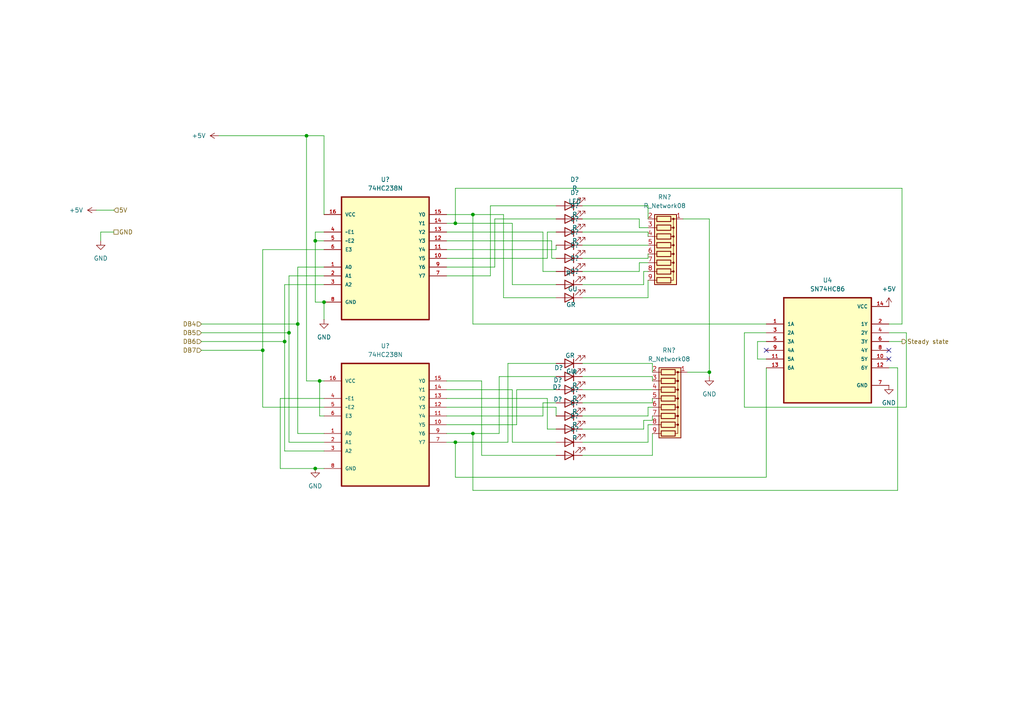
<source format=kicad_sch>
(kicad_sch (version 20231120) (generator "eeschema") (generator_version "8.0")
  (paper "A4")
  (lib_symbols
    (symbol "74HC238N:74HC238N" (pin_names (offset 1.016))
      (property "Reference" "U" (at -5.4642 17.9175 0))
      (property "Value" "74HC238N" (at -4.1451 -24.7436 0))
      (symbol "74HC238N_0_0"
        (rectangle (start -12.7 -20.32) (end 12.7 15.24) (stroke (width 0.4064)) (fill (type background)))
        (pin input line (at -17.78 -5.08 0) (length 5.08) (name "A0") (number "1"))
        (pin output line (at 17.78 -2.54 180) (length 5.08) (name "Y5") (number "10"))
        (pin output line (at 17.78 0 180) (length 5.08) (name "Y4") (number "11"))
        (pin output line (at 17.78 2.54 180) (length 5.08) (name "Y3") (number "12"))
        (pin output line (at 17.78 5.08 180) (length 5.08) (name "Y2") (number "13"))
        (pin output line (at 17.78 7.62 180) (length 5.08) (name "Y1") (number "14"))
        (pin output line (at 17.78 10.16 180) (length 5.08) (name "Y0") (number "15"))
        (pin power_in line (at -17.78 10.16 0) (length 5.08) (name "VCC") (number "16"))
        (pin input line (at -17.78 -7.62 0) (length 5.08) (name "A1") (number "2"))
        (pin input line (at -17.78 -10.16 0) (length 5.08) (name "A2") (number "3"))
        (pin input line (at -17.78 5.08 0) (length 5.08) (name "~E1") (number "4"))
        (pin input line (at -17.78 2.54 0) (length 5.08) (name "~E2") (number "5"))
        (pin input line (at -17.78 0 0) (length 5.08) (name "E3") (number "6"))
        (pin output line (at 17.78 -7.62 180) (length 5.08) (name "Y7") (number "7"))
        (pin passive line (at -17.78 -15.24 0) (length 5.08) (name "GND") (number "8"))
        (pin output line (at 17.78 -5.08 180) (length 5.08) (name "Y6") (number "9"))
      )
    )
    (symbol "Device:LED" (pin_numbers hide) (pin_names (offset 1.016) hide)
      (property "Reference" "D" (at 0 2.54 0))
      (property "Value" "LED" (at 0 -2.54 0))
      (symbol "LED_0_1"
        (polyline (pts (xy -1.27 -1.27) (xy -1.27 1.27)) (stroke (width 0.254)))
        (polyline (pts (xy -1.27 0) (xy 1.27 0)))
        (polyline (pts (xy 1.27 -1.27) (xy 1.27 1.27) (xy -1.27 0) (xy 1.27 -1.27)) (stroke (width 0.254)))
        (polyline (pts (xy -3.048 -0.762) (xy -4.572 -2.286) (xy -3.81 -2.286) (xy -4.572 -2.286) (xy -4.572 -1.524)))
        (polyline (pts (xy -1.778 -0.762) (xy -3.302 -2.286) (xy -2.54 -2.286) (xy -3.302 -2.286) (xy -3.302 -1.524)))
      )
      (symbol "LED_1_1"
        (pin passive line (at -3.81 0 0) (length 2.54) (name "K") (number "1"))
        (pin passive line (at 3.81 0 180) (length 2.54) (name "A") (number "2"))
      )
    )
    (symbol "Device:R_Network08" (pin_names (offset 0) hide)
      (property "Reference" "RN" (at -12.7 0 90))
      (property "Value" "R_Network08" (at 10.16 0 90))
      (symbol "R_Network08_0_1"
        (rectangle (start -11.43 -3.175) (end 8.89 3.175) (stroke (width 0.254)) (fill (type background)))
        (rectangle (start -10.922 1.524) (end -9.398 -2.54) (stroke (width 0.254)))
        (circle (center -10.16 2.286) (radius 0.254) (fill (type outline)))
        (rectangle (start -8.382 1.524) (end -6.858 -2.54) (stroke (width 0.254)))
        (circle (center -7.62 2.286) (radius 0.254) (fill (type outline)))
        (rectangle (start -5.842 1.524) (end -4.318 -2.54) (stroke (width 0.254)))
        (circle (center -5.08 2.286) (radius 0.254) (fill (type outline)))
        (rectangle (start -3.302 1.524) (end -1.778 -2.54) (stroke (width 0.254)))
        (circle (center -2.54 2.286) (radius 0.254) (fill (type outline)))
        (rectangle (start -0.762 1.524) (end 0.762 -2.54) (stroke (width 0.254)))
        (polyline (pts (xy -10.16 -2.54) (xy -10.16 -3.81)))
        (polyline (pts (xy -7.62 -2.54) (xy -7.62 -3.81)))
        (polyline (pts (xy -5.08 -2.54) (xy -5.08 -3.81)))
        (polyline (pts (xy -2.54 -2.54) (xy -2.54 -3.81)))
        (polyline (pts (xy 0 -2.54) (xy 0 -3.81)))
        (polyline (pts (xy 2.54 -2.54) (xy 2.54 -3.81)))
        (polyline (pts (xy 5.08 -2.54) (xy 5.08 -3.81)))
        (polyline (pts (xy 7.62 -2.54) (xy 7.62 -3.81)))
        (polyline (pts (xy -10.16 1.524) (xy -10.16 2.286) (xy -7.62 2.286) (xy -7.62 1.524)))
        (polyline (pts (xy -7.62 1.524) (xy -7.62 2.286) (xy -5.08 2.286) (xy -5.08 1.524)))
        (polyline (pts (xy -5.08 1.524) (xy -5.08 2.286) (xy -2.54 2.286) (xy -2.54 1.524)))
        (polyline (pts (xy -2.54 1.524) (xy -2.54 2.286) (xy 0 2.286) (xy 0 1.524)))
        (polyline (pts (xy 0 1.524) (xy 0 2.286) (xy 2.54 2.286) (xy 2.54 1.524)))
        (polyline (pts (xy 2.54 1.524) (xy 2.54 2.286) (xy 5.08 2.286) (xy 5.08 1.524)))
        (polyline (pts (xy 5.08 1.524) (xy 5.08 2.286) (xy 7.62 2.286) (xy 7.62 1.524)))
        (circle (center 0 2.286) (radius 0.254) (fill (type outline)))
        (rectangle (start 1.778 1.524) (end 3.302 -2.54) (stroke (width 0.254)))
        (circle (center 2.54 2.286) (radius 0.254) (fill (type outline)))
        (rectangle (start 4.318 1.524) (end 5.842 -2.54) (stroke (width 0.254)))
        (circle (center 5.08 2.286) (radius 0.254) (fill (type outline)))
        (rectangle (start 6.858 1.524) (end 8.382 -2.54) (stroke (width 0.254)))
      )
      (symbol "R_Network08_1_1"
        (pin passive line (at -10.16 5.08 270) (length 2.54) (name "common") (number "1"))
        (pin passive line (at -10.16 -5.08 90) (length 1.27) (name "R1") (number "2"))
        (pin passive line (at -7.62 -5.08 90) (length 1.27) (name "R2") (number "3"))
        (pin passive line (at -5.08 -5.08 90) (length 1.27) (name "R3") (number "4"))
        (pin passive line (at -2.54 -5.08 90) (length 1.27) (name "R4") (number "5"))
        (pin passive line (at 0 -5.08 90) (length 1.27) (name "R5") (number "6"))
        (pin passive line (at 2.54 -5.08 90) (length 1.27) (name "R6") (number "7"))
        (pin passive line (at 5.08 -5.08 90) (length 1.27) (name "R7") (number "8"))
        (pin passive line (at 7.62 -5.08 90) (length 1.27) (name "R8") (number "9"))
      )
    )
    (symbol "SN74HC04N:SN74HC04N" (pin_names (offset 1.016))
      (property "Reference" "U" (at -12.7 16.24 0))
      (property "Value" "SN74HC04N" (at -12.7 -19.24 0))
      (symbol "SN74HC04N_0_0"
        (rectangle (start -12.7 -15.24) (end 12.7 15.24) (stroke (width 0.41)) (fill (type background)))
        (pin input line (at -17.78 7.62 0) (length 5.08) (name "1A") (number "1"))
        (pin output line (at 17.78 -2.54 180) (length 5.08) (name "5Y") (number "10"))
        (pin input line (at -17.78 -2.54 0) (length 5.08) (name "5A") (number "11"))
        (pin output line (at 17.78 -5.08 180) (length 5.08) (name "6Y") (number "12"))
        (pin input line (at -17.78 -5.08 0) (length 5.08) (name "6A") (number "13"))
        (pin power_in line (at 17.78 12.7 180) (length 5.08) (name "VCC") (number "14"))
        (pin output line (at 17.78 7.62 180) (length 5.08) (name "1Y") (number "2"))
        (pin input line (at -17.78 5.08 0) (length 5.08) (name "2A") (number "3"))
        (pin output line (at 17.78 5.08 180) (length 5.08) (name "2Y") (number "4"))
        (pin input line (at -17.78 2.54 0) (length 5.08) (name "3A") (number "5"))
        (pin output line (at 17.78 2.54 180) (length 5.08) (name "3Y") (number "6"))
        (pin power_in line (at 17.78 -10.16 180) (length 5.08) (name "GND") (number "7"))
        (pin output line (at 17.78 0 180) (length 5.08) (name "4Y") (number "8"))
        (pin input line (at -17.78 0 0) (length 5.08) (name "4A") (number "9"))
      )
    )
    (symbol "power:+5V" (power) (pin_numbers hide) (pin_names (offset 0) hide)
      (property "Value" "+5V" (at 0 3.556 0))
      (symbol "+5V_0_1"
        (polyline (pts (xy -0.762 1.27) (xy 0 2.54)))
        (polyline (pts (xy 0 0) (xy 0 2.54)))
        (polyline (pts (xy 0 2.54) (xy 0.762 1.27)))
      )
      (symbol "+5V_1_1"
        (pin power_in line (at 0 0 90) (length 0) (name "~") (number "1"))
      )
    )
    (symbol "power:GND" (power) (pin_numbers hide) (pin_names (offset 0) hide)
      (property "Value" "GND" (at 0 -3.81 0))
      (symbol "GND_0_1"
        (polyline (pts (xy 0 0) (xy 0 -1.27) (xy 1.27 -1.27) (xy 0 -2.54) (xy -1.27 -1.27) (xy 0 -1.27)))
      )
      (symbol "GND_1_1"
        (pin power_in line (at 0 0 270) (length 0) (name "~") (number "1"))
      )
    )
  )
  (junction (at 137.16 125.73))
  (junction (at 82.55 99.06))
  (junction (at 92.71 110.49))
  (junction (at 137.16 62.23))
  (junction (at 132.08 128.27))
  (junction (at 88.9 39.37))
  (junction (at 91.44 135.89))
  (junction (at 93.98 87.63))
  (junction (at 76.2 101.6))
  (junction (at 205.74 107.95))
  (junction (at 132.08 64.77))
  (junction (at 91.44 69.85))
  (junction (at 83.82 96.52))
  (junction (at 86.36 93.98))
  (no_connect (at 257.81 101.6))
  (no_connect (at 222.25 101.6))
  (no_connect (at 257.81 104.14))
  (wire (pts (xy 187.96 120.65) (xy 187.96 118.11)))
  (wire (pts (xy 144.78 125.73) (xy 144.78 109.22)))
  (wire (pts (xy 129.54 64.77) (xy 132.08 64.77)))
  (wire (pts (xy 129.54 115.57) (xy 158.75 115.57)))
  (wire (pts (xy 129.54 80.01) (xy 142.24 80.01)))
  (wire (pts (xy 143.51 77.47) (xy 143.51 63.5)))
  (wire (pts (xy 86.36 93.98) (xy 86.36 125.73)))
  (wire (pts (xy 161.29 86.36) (xy 146.05 86.36)))
  (wire (pts (xy 205.74 107.95) (xy 205.74 109.22)))
  (wire (pts (xy 168.91 105.41) (xy 189.23 105.41)))
  (wire (pts (xy 168.91 71.12) (xy 187.96 71.12)))
  (wire (pts (xy 132.08 138.43) (xy 222.25 138.43)))
  (wire (pts (xy 257.81 99.06) (xy 261.62 99.06)))
  (wire (pts (xy 86.36 125.73) (xy 93.98 125.73)))
  (wire (pts (xy 189.23 116.84) (xy 189.23 115.57)))
  (wire (pts (xy 168.91 67.31) (xy 187.96 67.31)))
  (wire (pts (xy 93.98 72.39) (xy 76.2 72.39)))
  (wire (pts (xy 186.69 78.74) (xy 187.96 78.74)))
  (wire (pts (xy 88.9 110.49) (xy 88.9 39.37)))
  (wire (pts (xy 262.89 96.52) (xy 257.81 96.52)))
  (wire (pts (xy 142.24 59.69) (xy 161.29 59.69)))
  (wire (pts (xy 93.98 110.49) (xy 92.71 110.49)))
  (wire (pts (xy 76.2 118.11) (xy 93.98 118.11)))
  (wire (pts (xy 143.51 63.5) (xy 161.29 63.5)))
  (wire (pts (xy 168.91 120.65) (xy 187.96 120.65)))
  (wire (pts (xy 58.42 99.06) (xy 82.55 99.06)))
  (wire (pts (xy 92.71 110.49) (xy 88.9 110.49)))
  (wire (pts (xy 139.7 132.08) (xy 161.29 132.08)))
  (wire (pts (xy 132.08 64.77) (xy 148.59 64.77)))
  (wire (pts (xy 82.55 130.81) (xy 93.98 130.81)))
  (wire (pts (xy 260.35 106.68) (xy 257.81 106.68)))
  (wire (pts (xy 160.02 69.85) (xy 160.02 74.93)))
  (wire (pts (xy 81.28 115.57) (xy 81.28 135.89)))
  (wire (pts (xy 189.23 132.08) (xy 189.23 125.73)))
  (wire (pts (xy 92.71 110.49) (xy 92.71 120.65)))
  (wire (pts (xy 83.82 80.01) (xy 83.82 96.52)))
  (wire (pts (xy 168.91 78.74) (xy 185.42 78.74)))
  (wire (pts (xy 147.32 105.41) (xy 161.29 105.41)))
  (wire (pts (xy 168.91 113.03) (xy 189.23 113.03)))
  (wire (pts (xy 137.16 142.24) (xy 260.35 142.24)))
  (wire (pts (xy 129.54 67.31) (xy 157.48 67.31)))
  (wire (pts (xy 129.54 74.93) (xy 158.75 74.93)))
  (wire (pts (xy 129.54 128.27) (xy 132.08 128.27)))
  (wire (pts (xy 129.54 72.39) (xy 161.29 72.39)))
  (wire (pts (xy 82.55 82.55) (xy 82.55 99.06)))
  (wire (pts (xy 132.08 128.27) (xy 147.32 128.27)))
  (wire (pts (xy 58.42 96.52) (xy 83.82 96.52)))
  (wire (pts (xy 137.16 125.73) (xy 137.16 142.24)))
  (wire (pts (xy 160.02 74.93) (xy 161.29 74.93)))
  (wire (pts (xy 149.86 113.03) (xy 161.29 113.03)))
  (wire (pts (xy 262.89 118.11) (xy 262.89 96.52)))
  (wire (pts (xy 147.32 128.27) (xy 147.32 105.41)))
  (wire (pts (xy 260.35 142.24) (xy 260.35 106.68)))
  (wire (pts (xy 168.91 86.36) (xy 187.96 86.36)))
  (wire (pts (xy 33.02 67.31) (xy 29.21 67.31)))
  (wire (pts (xy 139.7 110.49) (xy 139.7 132.08)))
  (wire (pts (xy 187.96 118.11) (xy 189.23 118.11)))
  (wire (pts (xy 91.44 87.63) (xy 93.98 87.63)))
  (wire (pts (xy 185.42 63.5) (xy 185.42 66.04)))
  (wire (pts (xy 148.59 64.77) (xy 148.59 82.55)))
  (wire (pts (xy 161.29 118.11) (xy 161.29 120.65)))
  (wire (pts (xy 142.24 80.01) (xy 142.24 59.69)))
  (wire (pts (xy 187.96 74.93) (xy 187.96 73.66)))
  (wire (pts (xy 168.91 59.69) (xy 187.96 59.69)))
  (wire (pts (xy 157.48 116.84) (xy 161.29 116.84)))
  (wire (pts (xy 189.23 109.22) (xy 189.23 110.49)))
  (wire (pts (xy 93.98 39.37) (xy 88.9 39.37)))
  (wire (pts (xy 168.91 116.84) (xy 189.23 116.84)))
  (wire (pts (xy 219.71 104.14) (xy 219.71 99.06)))
  (wire (pts (xy 187.96 67.31) (xy 187.96 68.58)))
  (wire (pts (xy 186.69 82.55) (xy 186.69 78.74)))
  (wire (pts (xy 198.12 63.5) (xy 205.74 63.5)))
  (wire (pts (xy 215.9 96.52) (xy 215.9 118.11)))
  (wire (pts (xy 168.91 132.08) (xy 189.23 132.08)))
  (wire (pts (xy 76.2 72.39) (xy 76.2 101.6)))
  (wire (pts (xy 137.16 93.98) (xy 222.25 93.98)))
  (wire (pts (xy 93.98 77.47) (xy 86.36 77.47)))
  (wire (pts (xy 205.74 63.5) (xy 205.74 107.95)))
  (wire (pts (xy 27.94 60.96) (xy 33.02 60.96)))
  (wire (pts (xy 137.16 62.23) (xy 137.16 93.98)))
  (wire (pts (xy 91.44 67.31) (xy 93.98 67.31)))
  (wire (pts (xy 92.71 120.65) (xy 93.98 120.65)))
  (wire (pts (xy 129.54 123.19) (xy 149.86 123.19)))
  (wire (pts (xy 222.25 104.14) (xy 219.71 104.14)))
  (wire (pts (xy 185.42 78.74) (xy 185.42 76.2)))
  (wire (pts (xy 158.75 115.57) (xy 158.75 124.46)))
  (wire (pts (xy 148.59 113.03) (xy 148.59 128.27)))
  (wire (pts (xy 93.98 115.57) (xy 81.28 115.57)))
  (wire (pts (xy 129.54 69.85) (xy 160.02 69.85)))
  (wire (pts (xy 91.44 87.63) (xy 91.44 69.85)))
  (wire (pts (xy 187.96 86.36) (xy 187.96 81.28)))
  (wire (pts (xy 157.48 67.31) (xy 157.48 78.74)))
  (wire (pts (xy 168.91 74.93) (xy 187.96 74.93)))
  (wire (pts (xy 129.54 113.03) (xy 148.59 113.03)))
  (wire (pts (xy 186.69 121.92) (xy 189.23 121.92)))
  (wire (pts (xy 91.44 135.89) (xy 93.98 135.89)))
  (wire (pts (xy 129.54 125.73) (xy 137.16 125.73)))
  (wire (pts (xy 186.69 124.46) (xy 186.69 121.92)))
  (wire (pts (xy 93.98 80.01) (xy 83.82 80.01)))
  (wire (pts (xy 158.75 124.46) (xy 161.29 124.46)))
  (wire (pts (xy 215.9 118.11) (xy 262.89 118.11)))
  (wire (pts (xy 157.48 78.74) (xy 161.29 78.74)))
  (wire (pts (xy 132.08 128.27) (xy 132.08 138.43)))
  (wire (pts (xy 129.54 120.65) (xy 157.48 120.65)))
  (wire (pts (xy 222.25 138.43) (xy 222.25 106.68)))
  (wire (pts (xy 82.55 99.06) (xy 82.55 130.81)))
  (wire (pts (xy 129.54 77.47) (xy 143.51 77.47)))
  (wire (pts (xy 168.91 63.5) (xy 185.42 63.5)))
  (wire (pts (xy 146.05 86.36) (xy 146.05 62.23)))
  (wire (pts (xy 132.08 64.77) (xy 132.08 54.61)))
  (wire (pts (xy 91.44 69.85) (xy 91.44 67.31)))
  (wire (pts (xy 132.08 54.61) (xy 261.62 54.61)))
  (wire (pts (xy 157.48 120.65) (xy 157.48 116.84)))
  (wire (pts (xy 83.82 128.27) (xy 93.98 128.27)))
  (wire (pts (xy 189.23 121.92) (xy 189.23 120.65)))
  (wire (pts (xy 189.23 105.41) (xy 189.23 107.95)))
  (wire (pts (xy 93.98 87.63) (xy 93.98 92.71)))
  (wire (pts (xy 137.16 62.23) (xy 146.05 62.23)))
  (wire (pts (xy 83.82 96.52) (xy 83.82 128.27)))
  (wire (pts (xy 58.42 101.6) (xy 76.2 101.6)))
  (wire (pts (xy 144.78 109.22) (xy 161.29 109.22)))
  (wire (pts (xy 149.86 123.19) (xy 149.86 113.03)))
  (wire (pts (xy 187.96 128.27) (xy 187.96 123.19)))
  (wire (pts (xy 76.2 101.6) (xy 76.2 118.11)))
  (wire (pts (xy 185.42 76.2) (xy 187.96 76.2)))
  (wire (pts (xy 148.59 82.55) (xy 161.29 82.55)))
  (wire (pts (xy 158.75 74.93) (xy 158.75 67.31)))
  (wire (pts (xy 81.28 135.89) (xy 91.44 135.89)))
  (wire (pts (xy 161.29 72.39) (xy 161.29 71.12)))
  (wire (pts (xy 168.91 82.55) (xy 186.69 82.55)))
  (wire (pts (xy 58.42 93.98) (xy 86.36 93.98)))
  (wire (pts (xy 86.36 77.47) (xy 86.36 93.98)))
  (wire (pts (xy 219.71 99.06) (xy 222.25 99.06)))
  (wire (pts (xy 168.91 124.46) (xy 186.69 124.46)))
  (wire (pts (xy 91.44 69.85) (xy 93.98 69.85)))
  (wire (pts (xy 185.42 66.04) (xy 187.96 66.04)))
  (wire (pts (xy 168.91 109.22) (xy 189.23 109.22)))
  (wire (pts (xy 93.98 62.23) (xy 93.98 39.37)))
  (wire (pts (xy 261.62 54.61) (xy 261.62 93.98)))
  (wire (pts (xy 148.59 128.27) (xy 161.29 128.27)))
  (wire (pts (xy 168.91 128.27) (xy 187.96 128.27)))
  (wire (pts (xy 93.98 82.55) (xy 82.55 82.55)))
  (wire (pts (xy 137.16 125.73) (xy 144.78 125.73)))
  (wire (pts (xy 29.21 67.31) (xy 29.21 69.85)))
  (wire (pts (xy 261.62 93.98) (xy 257.81 93.98)))
  (wire (pts (xy 205.74 107.95) (xy 199.39 107.95)))
  (wire (pts (xy 63.5 39.37) (xy 88.9 39.37)))
  (wire (pts (xy 129.54 118.11) (xy 161.29 118.11)))
  (wire (pts (xy 158.75 67.31) (xy 161.29 67.31)))
  (wire (pts (xy 129.54 62.23) (xy 137.16 62.23)))
  (wire (pts (xy 187.96 59.69) (xy 187.96 63.5)))
  (wire (pts (xy 187.96 123.19) (xy 189.23 123.19)))
  (wire (pts (xy 129.54 110.49) (xy 139.7 110.49)))
  (wire (pts (xy 222.25 96.52) (xy 215.9 96.52)))
  (hierarchical_label "GND" (shape passive) (at 33.02 67.31 0))
  (hierarchical_label "DB7" (shape input) (at 58.42 101.6 180))
  (hierarchical_label "DB4" (shape input) (at 58.42 93.98 180))
  (hierarchical_label "5V" (shape input) (at 33.02 60.96 0))
  (hierarchical_label "DB5" (shape input) (at 58.42 96.52 180))
  (hierarchical_label "Steady state" (shape output) (at 261.62 99.06 0))
  (hierarchical_label "DB6" (shape input) (at 58.42 99.06 180))
  (symbol (lib_id "Device:LED") (at 165.1 116.84 180) (unit 1)
    (property "Reference" "D?" (at 161.798 115.824 0))
    (property "Value" "R" (at 166.6875 111.76 0))
    (property "Footprint" "LED_THT:LED_D1.8mm_W1.8mm_H2.4mm_Horizontal_O1.27mm_Z8.2mm" (effects (hide yes)))
    (property "Description" "Light emitting diode" (effects (hide yes)))
  )
  (symbol (lib_id "Device:LED") (at 165.1 132.08 180) (unit 1)
    (property "Reference" "D?" (at 166.6875 124.46 0))
    (property "Value" "R" (at 166.6875 127 0))
    (property "Footprint" "LED_THT:LED_D1.8mm_W1.8mm_H2.4mm_Horizontal_O1.27mm_Z8.2mm" (effects (hide yes)))
    (property "Description" "Light emitting diode" (effects (hide yes)))
  )
  (symbol (lib_id "Device:LED") (at 165.1 128.27 180) (unit 1)
    (property "Reference" "D?" (at 166.6875 120.65 0))
    (property "Value" "R" (at 166.6875 123.19 0))
    (property "Footprint" "LED_THT:LED_D1.8mm_W1.8mm_H2.4mm_Horizontal_O1.27mm_Z8.2mm" (effects (hide yes)))
    (property "Description" "Light emitting diode" (effects (hide yes)))
  )
  (symbol (lib_id "Device:LED") (at 165.1 86.36 180) (unit 1)
    (property "Reference" "D?" (at 166.6875 78.74 0))
    (property "Value" "GR" (at 165.608 88.392 0))
    (property "Footprint" "LED_THT:LED_D1.8mm_W1.8mm_H2.4mm_Horizontal_O1.27mm_Z8.2mm" (effects (hide yes)))
    (property "Description" "Light emitting diode" (effects (hide yes)))
  )
  (symbol (lib_id "Device:R_Network08") (at 193.04 73.66 270) (unit 1)
    (property "Reference" "RN?" (at 192.786 57.15 90))
    (property "Value" "R_Network08" (at 192.786 59.69 90))
    (property "Footprint" "Resistor_THT:R_Array_SIP9" (effects (hide yes)))
    (property "Datasheet" "http://www.vishay.com/docs/31509/csc.pdf" (effects (hide yes)))
    (property "Description" "8 resistor network, star topology, bussed resistors, small symbol" (effects (hide yes)))
  )
  (symbol (lib_id "power:GND") (at 29.21 69.85 0) (unit 1)
    (property "Reference" "#PWR034" (effects (hide yes)))
    (property "Value" "GND" (at 29.21 74.93 0))
    (property "Description" "Power symbol creates a global label with name \"GND\" , ground" (effects (hide yes)))
  )
  (symbol (lib_id "Device:LED") (at 165.1 105.41 180) (unit 1)
    (property "Reference" "D?" (at 162.052 106.68 0))
    (property "Value" "GR" (at 165.354 103.124 0))
    (property "Footprint" "LED_THT:LED_D1.8mm_W1.8mm_H2.4mm_Horizontal_O1.27mm_Z8.2mm" (effects (hide yes)))
    (property "Description" "Light emitting diode" (effects (hide yes)))
  )
  (symbol (lib_id "Device:LED") (at 165.1 67.31 180) (unit 1)
    (property "Reference" "D?" (at 166.6875 59.69 0))
    (property "Value" "R" (at 166.6875 62.23 0))
    (property "Footprint" "LED_THT:LED_D1.8mm_W1.8mm_H2.4mm_Horizontal_O1.27mm_Z8.2mm" (effects (hide yes)))
    (property "Description" "Light emitting diode" (effects (hide yes)))
  )
  (symbol (lib_id "Device:R_Network08") (at 194.31 118.11 270) (unit 1)
    (property "Reference" "RN?" (at 194.056 101.6 90))
    (property "Value" "R_Network08" (at 194.056 104.14 90))
    (property "Footprint" "Resistor_THT:R_Array_SIP9" (effects (hide yes)))
    (property "Datasheet" "http://www.vishay.com/docs/31509/csc.pdf" (effects (hide yes)))
    (property "Description" "8 resistor network, star topology, bussed resistors, small symbol" (effects (hide yes)))
  )
  (symbol (lib_id "power:+5V") (at 27.94 60.96 90) (unit 1)
    (property "Reference" "#PWR033" (effects (hide yes)))
    (property "Value" "+5V" (at 24.13 60.9599 90) (effects (justify left)))
    (property "Description" "Power symbol creates a global label with name \"+5V\"" (effects (hide yes)))
  )
  (symbol (lib_id "power:+5V") (at 63.5 39.37 90) (unit 1)
    (property "Reference" "#PWR032" (effects (hide yes)))
    (property "Value" "+5V" (at 59.69 39.3699 90) (effects (justify left)))
    (property "Description" "Power symbol creates a global label with name \"+5V\"" (effects (hide yes)))
  )
  (symbol (lib_id "Device:LED") (at 165.1 82.55 180) (unit 1)
    (property "Reference" "D?" (at 166.6875 74.93 0))
    (property "Value" "GU" (at 166.116 83.82 0))
    (property "Footprint" "LED_THT:LED_D1.8mm_W1.8mm_H2.4mm_Horizontal_O1.27mm_Z8.2mm" (effects (hide yes)))
    (property "Description" "Light emitting diode" (effects (hide yes)))
  )
  (symbol (lib_id "Device:LED") (at 165.1 113.03 180) (unit 1)
    (property "Reference" "D?" (at 161.544 112.268 0))
    (property "Value" "R" (at 166.6875 107.95 0))
    (property "Footprint" "LED_THT:LED_D1.8mm_W1.8mm_H2.4mm_Horizontal_O1.27mm_Z8.2mm" (effects (hide yes)))
    (property "Description" "Light emitting diode" (effects (hide yes)))
  )
  (symbol (lib_id "Device:LED") (at 165.1 120.65 180) (unit 1)
    (property "Reference" "D?" (at 166.6875 113.03 0))
    (property "Value" "R" (at 166.6875 115.57 0))
    (property "Footprint" "LED_THT:LED_D1.8mm_W1.8mm_H2.4mm_Horizontal_O1.27mm_Z8.2mm" (effects (hide yes)))
    (property "Description" "Light emitting diode" (effects (hide yes)))
  )
  (symbol (lib_id "power:GND") (at 93.98 92.71 0) (unit 1)
    (property "Reference" "#PWR?" (effects (hide yes)))
    (property "Value" "GND" (at 93.98 97.79 0))
    (property "Description" "Power symbol creates a global label with name \"GND\" , ground" (effects (hide yes)))
  )
  (symbol (lib_id "Device:LED") (at 165.1 109.22 180) (unit 1)
    (property "Reference" "D?" (at 161.798 110.236 0))
    (property "Value" "GU" (at 165.608 107.696 0))
    (property "Footprint" "LED_THT:LED_D1.8mm_W1.8mm_H2.4mm_Horizontal_O1.27mm_Z8.2mm" (effects (hide yes)))
    (property "Description" "Light emitting diode" (effects (hide yes)))
  )
  (symbol (lib_id "74HC238N:74HC238N") (at 111.76 120.65 0) (unit 1)
    (property "Reference" "U?" (at 111.76 100.33 0))
    (property "Value" "74HC238N" (at 111.76 102.87 0))
    (property "Footprint" "Package_DIP:DIP-16_W7.62mm" (effects (hide yes)))
    (property "MF" "Texas Instruments" (effects (hide yes)))
    (property "Description_1" "\nDecoder/Demultiplexer 1 x 3:8 16-DIP\n" (effects (hide yes)))
    (property "PACKAGE" "DIP-16" (effects (hide yes)))
    (property "MPN" "74HC238N" (effects (hide yes)))
    (property "Price" "None" (effects (hide yes)))
    (property "Package" "SOP-16 Texas Instruments" (effects (hide yes)))
    (property "OC_FARNELL" "380684" (effects (hide yes)))
    (property "SnapEDA_Link" "https://www.snapeda.com/parts/74HC238N/Texas+Instruments/view-part/?ref=snap" (effects (hide yes)))
    (property "MP" "74HC238N" (effects (hide yes)))
    (property "Purchase-URL" "https://www.snapeda.com/api/url_track_click_mouser/?unipart_id=233479&manufacturer=Texas Instruments&part_name=74HC238N&search_term=None" (effects (hide yes)))
    (property "SUPPLIER" "NXP" (effects (hide yes)))
    (property "OC_NEWARK" "07WX3700" (effects (hide yes)))
    (property "Availability" "Not in stock" (effects (hide yes)))
    (property "Check_prices" "https://www.snapeda.com/parts/74HC238N/Texas+Instruments/view-part/?ref=eda" (effects (hide yes)))
  )
  (symbol (lib_id "Device:LED") (at 165.1 78.74 180) (unit 1)
    (property "Reference" "D?" (at 166.6875 71.12 0))
    (property "Value" "R" (at 164.846 79.248 0))
    (property "Footprint" "LED_THT:LED_D1.8mm_W1.8mm_H2.4mm_Horizontal_O1.27mm_Z8.2mm" (effects (hide yes)))
    (property "Description" "Light emitting diode" (effects (hide yes)))
  )
  (symbol (lib_id "Device:LED") (at 165.1 59.69 180) (unit 1)
    (property "Reference" "D?" (at 166.6875 52.07 0))
    (property "Value" "R" (at 166.6875 54.61 0))
    (property "Footprint" "LED_THT:LED_D1.8mm_W1.8mm_H2.4mm_Horizontal_O1.27mm_Z8.2mm" (effects (hide yes)))
    (property "Description" "Light emitting diode" (effects (hide yes)))
  )
  (symbol (lib_id "Device:LED") (at 165.1 63.5 180) (unit 1)
    (property "Reference" "D?" (at 166.6875 55.88 0))
    (property "Value" "LED" (at 166.6875 58.42 0))
    (property "Footprint" "LED_THT:LED_D1.8mm_W1.8mm_H2.4mm_Horizontal_O1.27mm_Z8.2mm" (effects (hide yes)))
    (property "Description" "Light emitting diode" (effects (hide yes)))
  )
  (symbol (lib_id "power:+5V") (at 257.81 88.9 0) (unit 1)
    (property "Reference" "#PWR035" (effects (hide yes)))
    (property "Value" "+5V" (at 257.81 83.82 0))
    (property "Description" "Power symbol creates a global label with name \"+5V\"" (effects (hide yes)))
  )
  (symbol (lib_id "Device:LED") (at 165.1 124.46 180) (unit 1)
    (property "Reference" "D?" (at 166.6875 116.84 0))
    (property "Value" "R" (at 166.6875 119.38 0))
    (property "Footprint" "LED_THT:LED_D1.8mm_W1.8mm_H2.4mm_Horizontal_O1.27mm_Z8.2mm" (effects (hide yes)))
    (property "Description" "Light emitting diode" (effects (hide yes)))
  )
  (symbol (lib_id "power:GND") (at 257.81 111.76 0) (unit 1)
    (property "Reference" "#PWR038" (effects (hide yes)))
    (property "Value" "GND" (at 257.81 116.84 0))
    (property "Description" "Power symbol creates a global label with name \"GND\" , ground" (effects (hide yes)))
  )
  (symbol (lib_id "power:GND") (at 91.44 135.89 0) (unit 1)
    (property "Reference" "#PWR?" (effects (hide yes)))
    (property "Value" "GND" (at 91.44 140.97 0))
    (property "Description" "Power symbol creates a global label with name \"GND\" , ground" (effects (hide yes)))
  )
  (symbol (lib_id "Device:LED") (at 165.1 74.93 180) (unit 1)
    (property "Reference" "D?" (at 166.6875 67.31 0))
    (property "Value" "R" (at 166.6875 69.85 0))
    (property "Footprint" "LED_THT:LED_D1.8mm_W1.8mm_H2.4mm_Horizontal_O1.27mm_Z8.2mm" (effects (hide yes)))
    (property "Description" "Light emitting diode" (effects (hide yes)))
  )
  (symbol (lib_id "SN74HC04N:SN74HC04N") (at 240.03 101.6 0) (unit 1)
    (property "Reference" "U4" (at 240.03 81.28 0))
    (property "Value" "SN74HC86" (at 240.03 83.82 0))
    (property "Footprint" "Package_DIP:DIP-14_W7.62mm" (effects (hide yes)))
    (property "MF" "Texas Instruments" (effects (hide yes)))
    (property "Description_1" "\n                        \n                            6-ch, 2-V to 6-V inverters\n                        \n" (effects (hide yes)))
    (property "Package" "PDIP-14 Texas Instruments" (effects (hide yes)))
    (property "Price" "None" (effects (hide yes)))
    (property "SnapEDA_Link" "https://www.snapeda.com/parts/SN74HC04N/Texas+Instruments/view-part/?ref=snap" (effects (hide yes)))
    (property "MP" "SN74HC04N" (effects (hide yes)))
    (property "Availability" "In Stock" (effects (hide yes)))
    (property "Check_prices" "https://www.snapeda.com/parts/SN74HC04N/Texas+Instruments/view-part/?ref=eda" (effects (hide yes)))
  )
  (symbol (lib_id "74HC238N:74HC238N") (at 111.76 72.39 0) (unit 1)
    (property "Reference" "U?" (at 111.76 52.07 0))
    (property "Value" "74HC238N" (at 111.76 54.61 0))
    (property "Footprint" "Package_DIP:DIP-16_W7.62mm" (effects (hide yes)))
    (property "MF" "Texas Instruments" (effects (hide yes)))
    (property "Description_1" "\nDecoder/Demultiplexer 1 x 3:8 16-DIP\n" (effects (hide yes)))
    (property "PACKAGE" "DIP-16" (effects (hide yes)))
    (property "MPN" "74HC238N" (effects (hide yes)))
    (property "Price" "None" (effects (hide yes)))
    (property "Package" "SOP-16 Texas Instruments" (effects (hide yes)))
    (property "OC_FARNELL" "380684" (effects (hide yes)))
    (property "SnapEDA_Link" "https://www.snapeda.com/parts/74HC238N/Texas+Instruments/view-part/?ref=snap" (effects (hide yes)))
    (property "MP" "74HC238N" (effects (hide yes)))
    (property "Purchase-URL" "https://www.snapeda.com/api/url_track_click_mouser/?unipart_id=233479&manufacturer=Texas Instruments&part_name=74HC238N&search_term=None" (effects (hide yes)))
    (property "SUPPLIER" "NXP" (effects (hide yes)))
    (property "OC_NEWARK" "07WX3700" (effects (hide yes)))
    (property "Availability" "Not in stock" (effects (hide yes)))
    (property "Check_prices" "https://www.snapeda.com/parts/74HC238N/Texas+Instruments/view-part/?ref=eda" (effects (hide yes)))
  )
  (symbol (lib_id "power:GND") (at 205.74 109.22 0) (unit 1)
    (property "Reference" "#PWR?" (effects (hide yes)))
    (property "Value" "GND" (at 205.74 114.3 0))
    (property "Description" "Power symbol creates a global label with name \"GND\" , ground" (effects (hide yes)))
  )
  (symbol (lib_id "Device:LED") (at 165.1 71.12 180) (unit 1)
    (property "Reference" "D?" (at 166.6875 63.5 0))
    (property "Value" "R" (at 166.6875 66.04 0))
    (property "Footprint" "LED_THT:LED_D1.8mm_W1.8mm_H2.4mm_Horizontal_O1.27mm_Z8.2mm" (effects (hide yes)))
    (property "Description" "Light emitting diode" (effects (hide yes)))
  )
)
</source>
